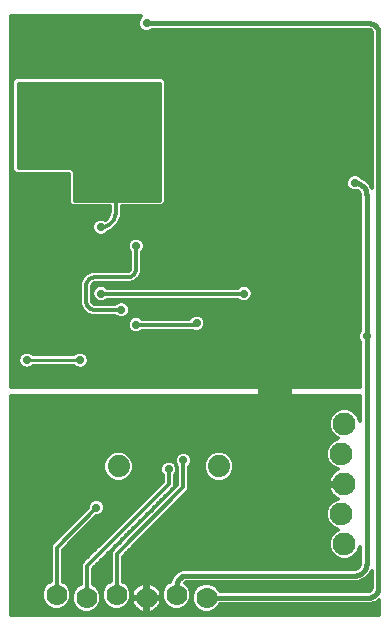
<source format=gbl>
G75*
%MOIN*%
%OFA0B0*%
%FSLAX24Y24*%
%IPPOS*%
%LPD*%
%AMOC8*
5,1,8,0,0,1.08239X$1,22.5*
%
%ADD10C,0.0700*%
%ADD11C,0.0760*%
%ADD12C,0.0740*%
%ADD13C,0.0290*%
%ADD14C,0.0120*%
%ADD15C,0.0160*%
%ADD16C,0.0100*%
D10*
X001785Y001017D03*
X002785Y000917D03*
X003785Y001017D03*
X004785Y000917D03*
X005785Y001017D03*
X006785Y000917D03*
D11*
X011282Y003708D03*
X011382Y002708D03*
X011382Y004708D03*
X011282Y005708D03*
X011382Y006708D03*
D12*
X007198Y005298D03*
X003851Y005298D03*
D13*
X003113Y003920D03*
X002474Y005101D03*
X000702Y005101D03*
X000505Y008251D03*
X000800Y008841D03*
X001096Y008251D03*
X001686Y008251D03*
X002277Y008251D03*
X002572Y008841D03*
X002867Y008251D03*
X003458Y008251D03*
X004048Y008251D03*
X004639Y008251D03*
X005229Y008251D03*
X005820Y008251D03*
X006411Y008251D03*
X007001Y008251D03*
X007592Y008251D03*
X008182Y008251D03*
X008773Y008251D03*
X008773Y007463D03*
X009363Y007463D03*
X009363Y008251D03*
X009954Y008251D03*
X010544Y008251D03*
X011135Y008251D03*
X011725Y008251D03*
X012119Y009629D03*
X010938Y013369D03*
X011725Y014747D03*
X008035Y011056D03*
X007099Y012680D03*
X007099Y013861D03*
X004836Y016125D03*
X003753Y014747D03*
X003261Y013271D03*
X004442Y012641D03*
X003261Y011056D03*
X003950Y010515D03*
X004442Y010023D03*
X006460Y010072D03*
X006017Y005495D03*
X005525Y005200D03*
X000800Y011597D03*
X000800Y012680D03*
X000800Y017700D03*
X001981Y017700D03*
X001686Y019767D03*
X000997Y019767D03*
X004786Y020062D03*
X005722Y019570D03*
D14*
X000271Y007660D02*
X000271Y000340D01*
X012550Y000340D01*
X012550Y000845D01*
X012488Y000783D01*
X012488Y000783D01*
X012280Y000697D01*
X007224Y000697D01*
X007200Y000640D01*
X007062Y000502D01*
X006882Y000427D01*
X006687Y000427D01*
X006507Y000502D01*
X006369Y000640D01*
X006295Y000820D01*
X006295Y001015D01*
X006369Y001195D01*
X006507Y001333D01*
X006687Y001407D01*
X006882Y001407D01*
X007062Y001333D01*
X007200Y001195D01*
X007224Y001137D01*
X012168Y001137D01*
X012192Y001140D01*
X012237Y001159D01*
X012272Y001193D01*
X012290Y001238D01*
X012290Y001238D01*
X012293Y001263D01*
X012293Y001816D01*
X012246Y001702D01*
X012246Y001702D01*
X012073Y001530D01*
X012073Y001530D01*
X011848Y001436D01*
X006115Y001436D01*
X006094Y001434D01*
X006070Y001425D01*
X006200Y001295D01*
X006275Y001115D01*
X006275Y000920D01*
X006200Y000740D01*
X006062Y000602D01*
X005882Y000527D01*
X005687Y000527D01*
X005507Y000602D01*
X005369Y000740D01*
X005295Y000920D01*
X005295Y001115D01*
X005369Y001295D01*
X005507Y001433D01*
X005575Y001461D01*
X005648Y001638D01*
X005648Y001638D01*
X005803Y001793D01*
X005803Y001793D01*
X006006Y001876D01*
X011725Y001876D01*
X011759Y001880D01*
X011822Y001906D01*
X011870Y001954D01*
X011896Y002016D01*
X011899Y002050D01*
X011899Y002598D01*
X011823Y002413D01*
X011676Y002267D01*
X011485Y002188D01*
X011278Y002188D01*
X011087Y002267D01*
X010941Y002413D01*
X010862Y002604D01*
X010862Y002811D01*
X010941Y003002D01*
X011087Y003148D01*
X011182Y003188D01*
X011178Y003188D01*
X010987Y003267D01*
X010841Y003413D01*
X010762Y003604D01*
X010762Y003811D01*
X010841Y004002D01*
X010987Y004148D01*
X011154Y004218D01*
X011099Y004246D01*
X011030Y004296D01*
X010970Y004356D01*
X010920Y004425D01*
X010881Y004500D01*
X010855Y004581D01*
X010843Y004659D01*
X011333Y004659D01*
X011333Y004756D01*
X010843Y004756D01*
X010855Y004834D01*
X010881Y004915D01*
X010920Y004991D01*
X010970Y005059D01*
X011030Y005119D01*
X011099Y005169D01*
X011154Y005198D01*
X010987Y005267D01*
X010841Y005413D01*
X010762Y005604D01*
X010762Y005811D01*
X010841Y006002D01*
X010987Y006148D01*
X011178Y006228D01*
X011182Y006228D01*
X011087Y006267D01*
X010941Y006413D01*
X010862Y006604D01*
X010862Y006811D01*
X010941Y007002D01*
X011087Y007148D01*
X011278Y007228D01*
X011485Y007228D01*
X011676Y007148D01*
X011823Y007002D01*
X011899Y006817D01*
X011899Y007660D01*
X000271Y007660D01*
X000271Y007619D02*
X011899Y007619D01*
X011899Y007501D02*
X000271Y007501D01*
X000271Y007382D02*
X011899Y007382D01*
X011899Y007264D02*
X000271Y007264D01*
X000271Y007145D02*
X011084Y007145D01*
X010965Y007027D02*
X000271Y007027D01*
X000271Y006908D02*
X010902Y006908D01*
X010862Y006790D02*
X000271Y006790D01*
X000271Y006671D02*
X010862Y006671D01*
X010883Y006553D02*
X000271Y006553D01*
X000271Y006434D02*
X010932Y006434D01*
X011038Y006316D02*
X000271Y006316D01*
X000271Y006197D02*
X011105Y006197D01*
X010917Y006079D02*
X000271Y006079D01*
X000271Y005960D02*
X010823Y005960D01*
X010774Y005842D02*
X000271Y005842D01*
X000271Y005723D02*
X003555Y005723D01*
X003563Y005730D02*
X003419Y005587D01*
X003341Y005400D01*
X003341Y005197D01*
X003419Y005009D01*
X003563Y004866D01*
X003750Y004788D01*
X003953Y004788D01*
X004140Y004866D01*
X004284Y005009D01*
X004361Y005197D01*
X004361Y005400D01*
X004284Y005587D01*
X004140Y005730D01*
X003953Y005808D01*
X003750Y005808D01*
X003563Y005730D01*
X003437Y005605D02*
X000271Y005605D01*
X000271Y005486D02*
X003377Y005486D01*
X003341Y005368D02*
X000271Y005368D01*
X000271Y005249D02*
X003341Y005249D01*
X003369Y005131D02*
X000271Y005131D01*
X000271Y005012D02*
X003418Y005012D01*
X003535Y004894D02*
X000271Y004894D01*
X000271Y004775D02*
X005309Y004775D01*
X005325Y004790D02*
X002702Y002167D01*
X002585Y002050D01*
X002585Y001365D01*
X002507Y001333D01*
X002369Y001195D01*
X002295Y001015D01*
X002295Y000820D01*
X002369Y000640D01*
X002507Y000502D01*
X002687Y000427D01*
X002882Y000427D01*
X003062Y000502D01*
X003200Y000640D01*
X003275Y000820D01*
X003275Y001015D01*
X003200Y001195D01*
X003062Y001333D01*
X002985Y001365D01*
X002985Y001885D01*
X005725Y004625D01*
X005725Y004997D01*
X005766Y005038D01*
X005810Y005143D01*
X005810Y005256D01*
X005780Y005329D01*
X005817Y005292D01*
X005817Y004692D01*
X003702Y002577D01*
X003585Y002460D01*
X003585Y001465D01*
X003507Y001433D01*
X003369Y001295D01*
X003295Y001115D01*
X003295Y000920D01*
X003369Y000740D01*
X003507Y000602D01*
X003687Y000527D01*
X003882Y000527D01*
X004062Y000602D01*
X004200Y000740D01*
X004275Y000920D01*
X004275Y001115D01*
X004200Y001295D01*
X004062Y001433D01*
X003985Y001465D01*
X003985Y002294D01*
X006217Y004526D01*
X006217Y005292D01*
X006258Y005334D01*
X006302Y005438D01*
X006302Y005552D01*
X006258Y005656D01*
X006178Y005737D01*
X006074Y005780D01*
X005960Y005780D01*
X005855Y005737D01*
X005775Y005656D01*
X005732Y005552D01*
X005732Y005438D01*
X005762Y005365D01*
X005686Y005441D01*
X005581Y005485D01*
X005468Y005485D01*
X005363Y005441D01*
X005283Y005361D01*
X005240Y005256D01*
X005240Y005143D01*
X005283Y005038D01*
X005325Y004997D01*
X005325Y004790D01*
X005325Y004894D02*
X004168Y004894D01*
X004285Y005012D02*
X005309Y005012D01*
X005245Y005131D02*
X004334Y005131D01*
X004361Y005249D02*
X005240Y005249D01*
X005289Y005368D02*
X004361Y005368D01*
X004326Y005486D02*
X005732Y005486D01*
X005754Y005605D02*
X004266Y005605D01*
X004148Y005723D02*
X005842Y005723D01*
X006017Y005495D02*
X006017Y004609D01*
X003785Y002377D01*
X003785Y001017D01*
X004088Y000628D02*
X004365Y000628D01*
X004348Y000650D02*
X004396Y000585D01*
X004452Y000528D01*
X004517Y000481D01*
X004589Y000445D01*
X004665Y000420D01*
X004744Y000407D01*
X004745Y000407D01*
X004745Y000877D01*
X004825Y000877D01*
X004825Y000957D01*
X005295Y000957D01*
X005295Y000958D01*
X005282Y001037D01*
X005257Y001113D01*
X005221Y001185D01*
X005174Y001250D01*
X005117Y001306D01*
X005052Y001354D01*
X004980Y001390D01*
X004904Y001415D01*
X004825Y001427D01*
X004825Y001427D01*
X004825Y000957D01*
X004745Y000957D01*
X004745Y000877D01*
X004275Y000877D01*
X004287Y000798D01*
X004312Y000722D01*
X004348Y000650D01*
X004304Y000746D02*
X004202Y000746D01*
X004252Y000865D02*
X004277Y000865D01*
X004275Y000877D02*
X004275Y000877D01*
X004275Y000957D02*
X004745Y000957D01*
X004745Y001427D01*
X004744Y001427D01*
X004665Y001415D01*
X004589Y001390D01*
X004517Y001354D01*
X004452Y001306D01*
X004396Y001250D01*
X004348Y001185D01*
X004312Y001113D01*
X004287Y001037D01*
X004275Y000958D01*
X004275Y000957D01*
X004275Y000983D02*
X004279Y000983D01*
X004275Y001102D02*
X004308Y001102D01*
X004374Y001220D02*
X004231Y001220D01*
X004156Y001339D02*
X004496Y001339D01*
X004745Y001339D02*
X004825Y001339D01*
X004825Y001220D02*
X004745Y001220D01*
X004745Y001102D02*
X004825Y001102D01*
X004825Y000983D02*
X004745Y000983D01*
X004745Y000865D02*
X004825Y000865D01*
X004825Y000877D02*
X004825Y000407D01*
X004904Y000420D01*
X004980Y000445D01*
X005052Y000481D01*
X005117Y000528D01*
X005174Y000585D01*
X005221Y000650D01*
X005257Y000722D01*
X005282Y000798D01*
X005295Y000877D01*
X005295Y000877D01*
X004825Y000877D01*
X004825Y000746D02*
X004745Y000746D01*
X004745Y000628D02*
X004825Y000628D01*
X004825Y000509D02*
X004745Y000509D01*
X004825Y000407D02*
X004825Y000407D01*
X005090Y000509D02*
X006500Y000509D01*
X006381Y000628D02*
X006088Y000628D01*
X006202Y000746D02*
X006325Y000746D01*
X006295Y000865D02*
X006252Y000865D01*
X006275Y000983D02*
X006295Y000983D01*
X006275Y001102D02*
X006330Y001102D01*
X006394Y001220D02*
X006231Y001220D01*
X006156Y001339D02*
X006521Y001339D01*
X007048Y001339D02*
X012293Y001339D01*
X012293Y001457D02*
X011897Y001457D01*
X012119Y001576D02*
X012293Y001576D01*
X012293Y001694D02*
X012237Y001694D01*
X012291Y001813D02*
X012293Y001813D01*
X011899Y002050D02*
X003985Y002050D01*
X003985Y002168D02*
X011899Y002168D01*
X011899Y002287D02*
X011696Y002287D01*
X011815Y002405D02*
X011899Y002405D01*
X011899Y002524D02*
X011868Y002524D01*
X011847Y001931D02*
X003985Y001931D01*
X003985Y001813D02*
X005851Y001813D01*
X005705Y001694D02*
X003985Y001694D01*
X003985Y001576D02*
X005623Y001576D01*
X005565Y001457D02*
X004004Y001457D01*
X003585Y001576D02*
X002985Y001576D01*
X002985Y001694D02*
X003585Y001694D01*
X003585Y001813D02*
X002985Y001813D01*
X003031Y001931D02*
X003585Y001931D01*
X003585Y002050D02*
X003149Y002050D01*
X003268Y002168D02*
X003585Y002168D01*
X003585Y002287D02*
X003386Y002287D01*
X003505Y002405D02*
X003585Y002405D01*
X003623Y002524D02*
X003648Y002524D01*
X003742Y002642D02*
X003767Y002642D01*
X003860Y002761D02*
X003885Y002761D01*
X003979Y002879D02*
X004004Y002879D01*
X004097Y002998D02*
X004122Y002998D01*
X004216Y003116D02*
X004241Y003116D01*
X004334Y003235D02*
X004359Y003235D01*
X004453Y003353D02*
X004478Y003353D01*
X004571Y003472D02*
X004596Y003472D01*
X004690Y003590D02*
X004715Y003590D01*
X004808Y003709D02*
X004833Y003709D01*
X004927Y003827D02*
X004952Y003827D01*
X005045Y003946D02*
X005070Y003946D01*
X005164Y004064D02*
X005189Y004064D01*
X005282Y004183D02*
X005307Y004183D01*
X005401Y004301D02*
X005426Y004301D01*
X005519Y004420D02*
X005544Y004420D01*
X005638Y004538D02*
X005663Y004538D01*
X005725Y004657D02*
X005781Y004657D01*
X005817Y004775D02*
X005725Y004775D01*
X005725Y004894D02*
X005817Y004894D01*
X005817Y005012D02*
X005740Y005012D01*
X005805Y005131D02*
X005817Y005131D01*
X005810Y005249D02*
X005817Y005249D01*
X005760Y005368D02*
X005761Y005368D01*
X005525Y005200D02*
X005525Y004708D01*
X002785Y001967D01*
X002785Y000917D01*
X003048Y001339D02*
X003413Y001339D01*
X003338Y001220D02*
X003175Y001220D01*
X003239Y001102D02*
X003295Y001102D01*
X003295Y000983D02*
X003275Y000983D01*
X003275Y000865D02*
X003317Y000865D01*
X003367Y000746D02*
X003244Y000746D01*
X003188Y000628D02*
X003481Y000628D01*
X003069Y000509D02*
X004479Y000509D01*
X005073Y001339D02*
X005413Y001339D01*
X005338Y001220D02*
X005195Y001220D01*
X005261Y001102D02*
X005295Y001102D01*
X005290Y000983D02*
X005295Y000983D01*
X005293Y000865D02*
X005317Y000865D01*
X005265Y000746D02*
X005367Y000746D01*
X005481Y000628D02*
X005204Y000628D01*
X004096Y002405D02*
X010949Y002405D01*
X010895Y002524D02*
X004214Y002524D01*
X004333Y002642D02*
X010862Y002642D01*
X010862Y002761D02*
X004451Y002761D01*
X004570Y002879D02*
X010890Y002879D01*
X010939Y002998D02*
X004688Y002998D01*
X004807Y003116D02*
X011055Y003116D01*
X011065Y003235D02*
X004925Y003235D01*
X005044Y003353D02*
X010901Y003353D01*
X010817Y003472D02*
X005162Y003472D01*
X005281Y003590D02*
X010768Y003590D01*
X010762Y003709D02*
X005399Y003709D01*
X005518Y003827D02*
X010768Y003827D01*
X010817Y003946D02*
X005636Y003946D01*
X005755Y004064D02*
X010903Y004064D01*
X011070Y004183D02*
X005873Y004183D01*
X005992Y004301D02*
X011025Y004301D01*
X010924Y004420D02*
X006110Y004420D01*
X006217Y004538D02*
X010869Y004538D01*
X010843Y004657D02*
X006217Y004657D01*
X006217Y004775D02*
X010846Y004775D01*
X010874Y004894D02*
X007515Y004894D01*
X007487Y004866D02*
X007630Y005009D01*
X007708Y005197D01*
X007708Y005400D01*
X007630Y005587D01*
X007487Y005730D01*
X007299Y005808D01*
X007096Y005808D01*
X006909Y005730D01*
X006766Y005587D01*
X006688Y005400D01*
X006688Y005197D01*
X006766Y005009D01*
X006909Y004866D01*
X007096Y004788D01*
X007299Y004788D01*
X007487Y004866D01*
X007631Y005012D02*
X010935Y005012D01*
X011045Y005131D02*
X007681Y005131D01*
X007708Y005249D02*
X011030Y005249D01*
X010886Y005368D02*
X007708Y005368D01*
X007672Y005486D02*
X010811Y005486D01*
X010762Y005605D02*
X007613Y005605D01*
X007494Y005723D02*
X010762Y005723D01*
X011680Y007145D02*
X011899Y007145D01*
X011899Y007027D02*
X011798Y007027D01*
X011862Y006908D02*
X011899Y006908D01*
X011899Y007956D02*
X000271Y007956D01*
X000271Y020296D01*
X004617Y020296D01*
X004545Y020223D01*
X004501Y020119D01*
X004501Y020005D01*
X004545Y019900D01*
X004625Y019820D01*
X004730Y019777D01*
X004843Y019777D01*
X004948Y019820D01*
X004970Y019842D01*
X012218Y019842D01*
X012232Y019840D01*
X012259Y019829D01*
X012280Y019808D01*
X012291Y019781D01*
X012293Y019767D01*
X012293Y014587D01*
X012246Y014701D01*
X012073Y014873D01*
X011952Y014924D01*
X011887Y014989D01*
X011782Y015032D01*
X011669Y015032D01*
X011564Y014989D01*
X011484Y014908D01*
X011440Y014804D01*
X011440Y014690D01*
X011484Y014585D01*
X011564Y014505D01*
X011669Y014462D01*
X011782Y014462D01*
X011836Y014484D01*
X011870Y014450D01*
X011896Y014387D01*
X011899Y014353D01*
X011899Y009812D01*
X011878Y009790D01*
X011834Y009686D01*
X011834Y009572D01*
X011878Y009467D01*
X011899Y009446D01*
X011899Y007956D01*
X011899Y007975D02*
X000271Y007975D01*
X000271Y008093D02*
X011899Y008093D01*
X011899Y008212D02*
X000271Y008212D01*
X000271Y008330D02*
X011899Y008330D01*
X011899Y008449D02*
X000271Y008449D01*
X000271Y008567D02*
X000718Y008567D01*
X000744Y008556D02*
X000857Y008556D01*
X000962Y008600D01*
X001013Y008651D01*
X002359Y008651D01*
X002410Y008600D01*
X002515Y008556D01*
X002629Y008556D01*
X002733Y008600D01*
X002814Y008680D01*
X002857Y008785D01*
X002857Y008898D01*
X002814Y009003D01*
X002733Y009083D01*
X002629Y009126D01*
X002515Y009126D01*
X002410Y009083D01*
X002359Y009031D01*
X001013Y009031D01*
X000962Y009083D01*
X000857Y009126D01*
X000744Y009126D01*
X000639Y009083D01*
X000559Y009003D01*
X000515Y008898D01*
X000515Y008785D01*
X000559Y008680D01*
X000639Y008600D01*
X000744Y008556D01*
X000883Y008567D02*
X002490Y008567D01*
X002654Y008567D02*
X011899Y008567D01*
X011899Y008686D02*
X002816Y008686D01*
X002857Y008804D02*
X011899Y008804D01*
X011899Y008923D02*
X002847Y008923D01*
X002775Y009041D02*
X011899Y009041D01*
X011899Y009160D02*
X000271Y009160D01*
X000271Y009278D02*
X011899Y009278D01*
X011899Y009397D02*
X000271Y009397D01*
X000271Y009515D02*
X011858Y009515D01*
X011834Y009634D02*
X000271Y009634D01*
X000271Y009752D02*
X004350Y009752D01*
X004385Y009738D02*
X004281Y009781D01*
X004200Y009861D01*
X004157Y009966D01*
X004157Y010079D01*
X004200Y010184D01*
X004281Y010264D01*
X004385Y010308D01*
X004499Y010308D01*
X004603Y010264D01*
X004645Y010223D01*
X006214Y010223D01*
X006218Y010233D01*
X006298Y010313D01*
X006403Y010357D01*
X006516Y010357D01*
X006621Y010313D01*
X006701Y010233D01*
X006745Y010128D01*
X006745Y010015D01*
X006701Y009910D01*
X006621Y009830D01*
X006516Y009787D01*
X006403Y009787D01*
X006317Y009823D01*
X004645Y009823D01*
X004603Y009781D01*
X004499Y009738D01*
X004385Y009738D01*
X004534Y009752D02*
X011862Y009752D01*
X011899Y009871D02*
X006662Y009871D01*
X006734Y009989D02*
X011899Y009989D01*
X011899Y010108D02*
X006745Y010108D01*
X006704Y010226D02*
X011899Y010226D01*
X011899Y010345D02*
X006546Y010345D01*
X006374Y010345D02*
X004183Y010345D01*
X004191Y010353D02*
X004235Y010458D01*
X004235Y010571D01*
X004191Y010676D01*
X004111Y010756D01*
X004007Y010800D01*
X003893Y010800D01*
X003788Y010756D01*
X003747Y010715D01*
X003064Y010715D01*
X003045Y010716D01*
X003011Y010731D01*
X002985Y010757D01*
X002971Y010791D01*
X002969Y010810D01*
X002969Y011302D01*
X002971Y011321D01*
X002985Y011355D01*
X003011Y011381D01*
X003045Y011395D01*
X003064Y011397D01*
X004245Y011397D01*
X004427Y011473D01*
X004427Y011473D01*
X004567Y011612D01*
X004642Y011794D01*
X004642Y012438D01*
X004684Y012479D01*
X004727Y012584D01*
X004727Y012697D01*
X004684Y012802D01*
X004603Y012882D01*
X004499Y012926D01*
X004385Y012926D01*
X004281Y012882D01*
X004200Y012802D01*
X004157Y012697D01*
X004157Y012584D01*
X004200Y012479D01*
X004242Y012438D01*
X004242Y011893D01*
X004240Y011874D01*
X004226Y011840D01*
X004200Y011813D01*
X004165Y011799D01*
X004147Y011797D01*
X003147Y011797D01*
X002966Y011797D01*
X002784Y011722D01*
X002644Y011583D01*
X002569Y011401D01*
X002569Y010711D01*
X002644Y010529D01*
X002784Y010390D01*
X002966Y010315D01*
X003747Y010315D01*
X003788Y010273D01*
X003893Y010230D01*
X004007Y010230D01*
X004111Y010273D01*
X004191Y010353D01*
X004235Y010463D02*
X011899Y010463D01*
X011899Y010582D02*
X004231Y010582D01*
X004168Y010700D02*
X011899Y010700D01*
X011899Y010819D02*
X008200Y010819D01*
X008196Y010814D02*
X008276Y010895D01*
X008320Y010999D01*
X008320Y011113D01*
X008276Y011217D01*
X008196Y011298D01*
X008091Y011341D01*
X007978Y011341D01*
X007873Y011298D01*
X007831Y011256D01*
X003464Y011256D01*
X003422Y011298D01*
X003318Y011341D01*
X003204Y011341D01*
X003099Y011298D01*
X003019Y011217D01*
X002976Y011113D01*
X002976Y010999D01*
X003019Y010895D01*
X003099Y010814D01*
X003204Y010771D01*
X003318Y010771D01*
X003422Y010814D01*
X003464Y010856D01*
X007831Y010856D01*
X007873Y010814D01*
X007978Y010771D01*
X008091Y010771D01*
X008196Y010814D01*
X008294Y010937D02*
X011899Y010937D01*
X011899Y011056D02*
X008320Y011056D01*
X008294Y011174D02*
X011899Y011174D01*
X011899Y011293D02*
X008201Y011293D01*
X008035Y011056D02*
X003261Y011056D01*
X003427Y011293D02*
X007868Y011293D01*
X007869Y010819D02*
X003426Y010819D01*
X003095Y010819D02*
X002969Y010819D01*
X002769Y010810D02*
X002771Y010777D01*
X002776Y010744D01*
X002786Y010713D01*
X002798Y010682D01*
X002814Y010653D01*
X002833Y010626D01*
X002855Y010601D01*
X002880Y010579D01*
X002907Y010560D01*
X002936Y010544D01*
X002967Y010532D01*
X002998Y010522D01*
X003031Y010517D01*
X003064Y010515D01*
X003950Y010515D01*
X004242Y010226D02*
X000271Y010226D01*
X000271Y010108D02*
X004169Y010108D01*
X004157Y009989D02*
X000271Y009989D01*
X000271Y009871D02*
X004196Y009871D01*
X004442Y010023D02*
X006411Y010023D01*
X006460Y010072D01*
X006215Y010226D02*
X004642Y010226D01*
X004278Y011411D02*
X011899Y011411D01*
X011899Y011530D02*
X004484Y011530D01*
X004567Y011612D02*
X004567Y011612D01*
X004582Y011648D02*
X011899Y011648D01*
X011899Y011767D02*
X004631Y011767D01*
X004642Y011885D02*
X011899Y011885D01*
X011899Y012004D02*
X004642Y012004D01*
X004642Y012122D02*
X011899Y012122D01*
X011899Y012241D02*
X004642Y012241D01*
X004642Y012359D02*
X011899Y012359D01*
X011899Y012478D02*
X004682Y012478D01*
X004727Y012596D02*
X011899Y012596D01*
X011899Y012715D02*
X004720Y012715D01*
X004653Y012833D02*
X011899Y012833D01*
X011899Y012952D02*
X000271Y012952D01*
X000271Y013070D02*
X003058Y013070D01*
X003019Y013109D02*
X003099Y013029D01*
X003204Y012986D01*
X003318Y012986D01*
X003422Y013029D01*
X003503Y013109D01*
X003505Y013115D01*
X003653Y013176D01*
X003848Y013371D01*
X003953Y013625D01*
X003953Y013966D01*
X005308Y013966D01*
X005419Y014078D01*
X005419Y018172D01*
X005308Y018283D01*
X000426Y018283D01*
X000315Y018172D01*
X000315Y015160D01*
X000426Y015049D01*
X002185Y015049D01*
X002185Y014078D01*
X002296Y013966D01*
X003553Y013966D01*
X003553Y013763D01*
X003547Y013706D01*
X003504Y013600D01*
X003423Y013520D01*
X003414Y013516D01*
X003318Y013556D01*
X003204Y013556D01*
X003099Y013512D01*
X003019Y013432D01*
X002976Y013327D01*
X002976Y013214D01*
X003019Y013109D01*
X002986Y013189D02*
X000271Y013189D01*
X000271Y013307D02*
X002976Y013307D01*
X003017Y013426D02*
X000271Y013426D01*
X000271Y013544D02*
X003176Y013544D01*
X003345Y013544D02*
X003447Y013544D01*
X003530Y013663D02*
X000271Y013663D01*
X000271Y013781D02*
X003553Y013781D01*
X003553Y013900D02*
X000271Y013900D01*
X000271Y014018D02*
X002245Y014018D01*
X002185Y014137D02*
X000271Y014137D01*
X000271Y014255D02*
X002185Y014255D01*
X002185Y014374D02*
X000271Y014374D01*
X000271Y014492D02*
X002185Y014492D01*
X002185Y014611D02*
X000271Y014611D01*
X000271Y014729D02*
X002185Y014729D01*
X002185Y014848D02*
X000271Y014848D01*
X000271Y014966D02*
X002185Y014966D01*
X003753Y013763D02*
X003751Y013720D01*
X003746Y013678D01*
X003736Y013636D01*
X003723Y013595D01*
X003707Y013555D01*
X003687Y013517D01*
X003664Y013481D01*
X003638Y013447D01*
X003609Y013415D01*
X003577Y013386D01*
X003543Y013360D01*
X003507Y013337D01*
X003469Y013317D01*
X003429Y013301D01*
X003388Y013288D01*
X003346Y013278D01*
X003304Y013273D01*
X003261Y013271D01*
X003463Y013070D02*
X011899Y013070D01*
X011899Y013189D02*
X003666Y013189D01*
X003653Y013176D02*
X003653Y013176D01*
X003784Y013307D02*
X011899Y013307D01*
X011899Y013426D02*
X003870Y013426D01*
X003848Y013371D02*
X003848Y013371D01*
X003919Y013544D02*
X011899Y013544D01*
X011899Y013663D02*
X003953Y013663D01*
X003953Y013781D02*
X011899Y013781D01*
X011899Y013900D02*
X003953Y013900D01*
X003753Y013763D02*
X003753Y014747D01*
X004231Y012833D02*
X000271Y012833D01*
X000271Y012715D02*
X004164Y012715D01*
X004157Y012596D02*
X000271Y012596D01*
X000271Y012478D02*
X004202Y012478D01*
X004242Y012359D02*
X000271Y012359D01*
X000271Y012241D02*
X004242Y012241D01*
X004242Y012122D02*
X000271Y012122D01*
X000271Y012004D02*
X004242Y012004D01*
X004241Y011885D02*
X000271Y011885D01*
X000271Y011767D02*
X002891Y011767D01*
X002966Y011797D02*
X002966Y011797D01*
X003064Y011597D02*
X004147Y011597D01*
X004147Y011598D02*
X004180Y011600D01*
X004213Y011605D01*
X004244Y011615D01*
X004275Y011627D01*
X004304Y011643D01*
X004331Y011662D01*
X004356Y011684D01*
X004378Y011709D01*
X004397Y011736D01*
X004413Y011765D01*
X004425Y011796D01*
X004435Y011827D01*
X004440Y011860D01*
X004442Y011893D01*
X004442Y012641D01*
X005360Y014018D02*
X011899Y014018D01*
X011899Y014137D02*
X005419Y014137D01*
X005419Y014255D02*
X011899Y014255D01*
X011897Y014374D02*
X005419Y014374D01*
X005419Y014492D02*
X011596Y014492D01*
X011473Y014611D02*
X005419Y014611D01*
X005419Y014729D02*
X011440Y014729D01*
X011459Y014848D02*
X005419Y014848D01*
X005419Y014966D02*
X011542Y014966D01*
X011909Y014966D02*
X012293Y014966D01*
X012293Y014848D02*
X012099Y014848D01*
X012073Y014873D02*
X012073Y014873D01*
X012073Y014873D01*
X012218Y014729D02*
X012293Y014729D01*
X012246Y014701D02*
X012246Y014701D01*
X012283Y014611D02*
X012293Y014611D01*
X012293Y015085D02*
X005419Y015085D01*
X005419Y015203D02*
X012293Y015203D01*
X012293Y015322D02*
X005419Y015322D01*
X005419Y015440D02*
X012293Y015440D01*
X012293Y015559D02*
X005419Y015559D01*
X005419Y015677D02*
X012293Y015677D01*
X012293Y015796D02*
X005419Y015796D01*
X005419Y015914D02*
X012293Y015914D01*
X012293Y016033D02*
X005419Y016033D01*
X005419Y016151D02*
X012293Y016151D01*
X012293Y016270D02*
X005419Y016270D01*
X005419Y016388D02*
X012293Y016388D01*
X012293Y016507D02*
X005419Y016507D01*
X005419Y016625D02*
X012293Y016625D01*
X012293Y016744D02*
X005419Y016744D01*
X005419Y016862D02*
X012293Y016862D01*
X012293Y016981D02*
X005419Y016981D01*
X005419Y017099D02*
X012293Y017099D01*
X012293Y017218D02*
X005419Y017218D01*
X005419Y017336D02*
X012293Y017336D01*
X012293Y017455D02*
X005419Y017455D01*
X005419Y017573D02*
X012293Y017573D01*
X012293Y017692D02*
X005419Y017692D01*
X005419Y017810D02*
X012293Y017810D01*
X012293Y017929D02*
X005419Y017929D01*
X005419Y018047D02*
X012293Y018047D01*
X012293Y018166D02*
X005419Y018166D01*
X004952Y019825D02*
X012264Y019825D01*
X012293Y019706D02*
X000271Y019706D01*
X000271Y019588D02*
X012293Y019588D01*
X012293Y019469D02*
X000271Y019469D01*
X000271Y019351D02*
X012293Y019351D01*
X012293Y019232D02*
X000271Y019232D01*
X000271Y019114D02*
X012293Y019114D01*
X012293Y018995D02*
X000271Y018995D01*
X000271Y018877D02*
X012293Y018877D01*
X012293Y018758D02*
X000271Y018758D01*
X000271Y018640D02*
X012293Y018640D01*
X012293Y018521D02*
X000271Y018521D01*
X000271Y018403D02*
X012293Y018403D01*
X012293Y018284D02*
X000271Y018284D01*
X000271Y018166D02*
X000315Y018166D01*
X000315Y018047D02*
X000271Y018047D01*
X000271Y017929D02*
X000315Y017929D01*
X000315Y017810D02*
X000271Y017810D01*
X000271Y017692D02*
X000315Y017692D01*
X000315Y017573D02*
X000271Y017573D01*
X000271Y017455D02*
X000315Y017455D01*
X000315Y017336D02*
X000271Y017336D01*
X000271Y017218D02*
X000315Y017218D01*
X000315Y017099D02*
X000271Y017099D01*
X000271Y016981D02*
X000315Y016981D01*
X000315Y016862D02*
X000271Y016862D01*
X000271Y016744D02*
X000315Y016744D01*
X000315Y016625D02*
X000271Y016625D01*
X000271Y016507D02*
X000315Y016507D01*
X000315Y016388D02*
X000271Y016388D01*
X000271Y016270D02*
X000315Y016270D01*
X000315Y016151D02*
X000271Y016151D01*
X000271Y016033D02*
X000315Y016033D01*
X000315Y015914D02*
X000271Y015914D01*
X000271Y015796D02*
X000315Y015796D01*
X000315Y015677D02*
X000271Y015677D01*
X000271Y015559D02*
X000315Y015559D01*
X000315Y015440D02*
X000271Y015440D01*
X000271Y015322D02*
X000315Y015322D01*
X000315Y015203D02*
X000271Y015203D01*
X000271Y015085D02*
X000391Y015085D01*
X000271Y011648D02*
X002710Y011648D01*
X002644Y011583D02*
X002644Y011583D01*
X002622Y011530D02*
X000271Y011530D01*
X000271Y011411D02*
X002573Y011411D01*
X002569Y011293D02*
X000271Y011293D01*
X000271Y011174D02*
X002569Y011174D01*
X002569Y011056D02*
X000271Y011056D01*
X000271Y010937D02*
X002569Y010937D01*
X002569Y010819D02*
X000271Y010819D01*
X000271Y010700D02*
X002573Y010700D01*
X002623Y010582D02*
X000271Y010582D01*
X000271Y010463D02*
X002711Y010463D01*
X002644Y010529D02*
X002644Y010529D01*
X002784Y010390D02*
X002784Y010390D01*
X002893Y010345D02*
X000271Y010345D01*
X000271Y009041D02*
X000597Y009041D01*
X000525Y008923D02*
X000271Y008923D01*
X000271Y008804D02*
X000515Y008804D01*
X000556Y008686D02*
X000271Y008686D01*
X001004Y009041D02*
X002368Y009041D01*
X002769Y010810D02*
X002769Y011302D01*
X002969Y011293D02*
X003094Y011293D01*
X003064Y011597D02*
X003031Y011595D01*
X002998Y011590D01*
X002967Y011580D01*
X002936Y011568D01*
X002907Y011552D01*
X002880Y011533D01*
X002855Y011511D01*
X002833Y011486D01*
X002814Y011459D01*
X002798Y011430D01*
X002786Y011399D01*
X002776Y011368D01*
X002771Y011335D01*
X002769Y011302D01*
X002969Y011174D02*
X003001Y011174D01*
X002976Y011056D02*
X002969Y011056D01*
X002969Y010937D02*
X003002Y010937D01*
X006192Y005723D02*
X006902Y005723D01*
X006783Y005605D02*
X006280Y005605D01*
X006302Y005486D02*
X006724Y005486D01*
X006688Y005368D02*
X006273Y005368D01*
X006217Y005249D02*
X006688Y005249D01*
X006715Y005131D02*
X006217Y005131D01*
X006217Y005012D02*
X006764Y005012D01*
X006881Y004894D02*
X006217Y004894D01*
X005191Y004657D02*
X000271Y004657D01*
X000271Y004538D02*
X005072Y004538D01*
X004954Y004420D02*
X000271Y004420D01*
X000271Y004301D02*
X004835Y004301D01*
X004717Y004183D02*
X003225Y004183D01*
X003275Y004162D02*
X003170Y004205D01*
X003057Y004205D01*
X002952Y004162D01*
X002872Y004082D01*
X002828Y003977D01*
X002828Y003918D01*
X001702Y002791D01*
X001585Y002674D01*
X001585Y001465D01*
X001507Y001433D01*
X001369Y001295D01*
X001295Y001115D01*
X001295Y000920D01*
X001369Y000740D01*
X001507Y000602D01*
X001687Y000527D01*
X001882Y000527D01*
X002062Y000602D01*
X002200Y000740D01*
X002275Y000920D01*
X002275Y001115D01*
X002200Y001295D01*
X002062Y001433D01*
X001985Y001465D01*
X001985Y002509D01*
X003111Y003635D01*
X003170Y003635D01*
X003275Y003679D01*
X003355Y003759D01*
X003398Y003863D01*
X003398Y003977D01*
X003355Y004082D01*
X003275Y004162D01*
X003362Y004064D02*
X004598Y004064D01*
X004480Y003946D02*
X003398Y003946D01*
X003383Y003827D02*
X004361Y003827D01*
X004243Y003709D02*
X003305Y003709D01*
X003113Y003920D02*
X001785Y002591D01*
X001785Y001017D01*
X001481Y000628D02*
X000271Y000628D01*
X000271Y000746D02*
X001367Y000746D01*
X001317Y000865D02*
X000271Y000865D01*
X000271Y000983D02*
X001295Y000983D01*
X001295Y001102D02*
X000271Y001102D01*
X000271Y001220D02*
X001338Y001220D01*
X001413Y001339D02*
X000271Y001339D01*
X000271Y001457D02*
X001565Y001457D01*
X001585Y001576D02*
X000271Y001576D01*
X000271Y001694D02*
X001585Y001694D01*
X001585Y001813D02*
X000271Y001813D01*
X000271Y001931D02*
X001585Y001931D01*
X001585Y002050D02*
X000271Y002050D01*
X000271Y002168D02*
X001585Y002168D01*
X001585Y002287D02*
X000271Y002287D01*
X000271Y002405D02*
X001585Y002405D01*
X001585Y002524D02*
X000271Y002524D01*
X000271Y002642D02*
X001585Y002642D01*
X001671Y002761D02*
X000271Y002761D01*
X000271Y002879D02*
X001789Y002879D01*
X001908Y002998D02*
X000271Y002998D01*
X000271Y003116D02*
X002026Y003116D01*
X002145Y003235D02*
X000271Y003235D01*
X000271Y003353D02*
X002263Y003353D01*
X002382Y003472D02*
X000271Y003472D01*
X000271Y003590D02*
X002500Y003590D01*
X002619Y003709D02*
X000271Y003709D01*
X000271Y003827D02*
X002737Y003827D01*
X002828Y003946D02*
X000271Y003946D01*
X000271Y004064D02*
X002864Y004064D01*
X003002Y004183D02*
X000271Y004183D01*
X001999Y002524D02*
X003058Y002524D01*
X003176Y002642D02*
X002118Y002642D01*
X002236Y002761D02*
X003295Y002761D01*
X003413Y002879D02*
X002355Y002879D01*
X002473Y002998D02*
X003532Y002998D01*
X003650Y003116D02*
X002592Y003116D01*
X002710Y003235D02*
X003769Y003235D01*
X003887Y003353D02*
X002829Y003353D01*
X002947Y003472D02*
X004006Y003472D01*
X004124Y003590D02*
X003066Y003590D01*
X002939Y002405D02*
X001985Y002405D01*
X001985Y002287D02*
X002821Y002287D01*
X002702Y002168D02*
X001985Y002168D01*
X001985Y002050D02*
X002585Y002050D01*
X002585Y001931D02*
X001985Y001931D01*
X001985Y001813D02*
X002585Y001813D01*
X002585Y001694D02*
X001985Y001694D01*
X001985Y001576D02*
X002585Y001576D01*
X002585Y001457D02*
X002004Y001457D01*
X002156Y001339D02*
X002521Y001339D01*
X002394Y001220D02*
X002231Y001220D01*
X002275Y001102D02*
X002330Y001102D01*
X002295Y000983D02*
X002275Y000983D01*
X002295Y000865D02*
X002252Y000865D01*
X002202Y000746D02*
X002325Y000746D01*
X002381Y000628D02*
X002088Y000628D01*
X002500Y000509D02*
X000271Y000509D01*
X000271Y000391D02*
X012550Y000391D01*
X012550Y000509D02*
X007069Y000509D01*
X007188Y000628D02*
X012550Y000628D01*
X012550Y000746D02*
X012397Y000746D01*
X012283Y001220D02*
X007175Y001220D01*
X003985Y002287D02*
X011067Y002287D01*
X009560Y007267D02*
X008576Y007267D01*
X008576Y008448D01*
X009560Y008448D01*
X009560Y007267D01*
X009560Y007382D02*
X008576Y007382D01*
X008576Y007501D02*
X009560Y007501D01*
X009560Y007619D02*
X008576Y007619D01*
X008576Y007738D02*
X009560Y007738D01*
X009560Y007856D02*
X008576Y007856D01*
X008576Y007975D02*
X009560Y007975D01*
X009560Y008093D02*
X008576Y008093D01*
X008576Y008212D02*
X009560Y008212D01*
X009560Y008330D02*
X008576Y008330D01*
X003565Y001457D02*
X002985Y001457D01*
X004621Y019825D02*
X000271Y019825D01*
X000271Y019943D02*
X004527Y019943D01*
X004501Y020062D02*
X000271Y020062D01*
X000271Y020180D02*
X004527Y020180D01*
D15*
X004786Y020062D02*
X012218Y020062D01*
X012251Y020060D01*
X012284Y020055D01*
X012315Y020045D01*
X012346Y020033D01*
X012375Y020017D01*
X012402Y019998D01*
X012427Y019976D01*
X012449Y019951D01*
X012468Y019924D01*
X012484Y019895D01*
X012496Y019864D01*
X012506Y019833D01*
X012511Y019800D01*
X012513Y019767D01*
X012513Y001263D01*
X012511Y001227D01*
X012505Y001191D01*
X012496Y001156D01*
X012483Y001123D01*
X012467Y001090D01*
X012447Y001060D01*
X012424Y001032D01*
X012399Y001007D01*
X012371Y000984D01*
X012341Y000964D01*
X012308Y000948D01*
X012275Y000935D01*
X012240Y000926D01*
X012204Y000920D01*
X012168Y000918D01*
X012168Y000917D02*
X006785Y000917D01*
X006115Y001657D02*
X006080Y001655D01*
X006046Y001650D01*
X006013Y001641D01*
X005980Y001628D01*
X005950Y001613D01*
X005920Y001594D01*
X005894Y001572D01*
X005869Y001547D01*
X005847Y001521D01*
X005828Y001491D01*
X005813Y001461D01*
X005800Y001428D01*
X005791Y001395D01*
X005786Y001361D01*
X005784Y001326D01*
X005785Y001326D02*
X005785Y001017D01*
X006115Y001656D02*
X011725Y001656D01*
X011764Y001658D01*
X011802Y001664D01*
X011839Y001673D01*
X011876Y001686D01*
X011911Y001703D01*
X011944Y001722D01*
X011975Y001745D01*
X012004Y001771D01*
X012030Y001800D01*
X012053Y001831D01*
X012072Y001864D01*
X012089Y001899D01*
X012102Y001936D01*
X012111Y001973D01*
X012117Y002011D01*
X012119Y002050D01*
X012119Y009629D01*
X012119Y014353D01*
X012117Y014392D01*
X012111Y014430D01*
X012102Y014467D01*
X012089Y014504D01*
X012072Y014539D01*
X012053Y014572D01*
X012030Y014603D01*
X012004Y014632D01*
X011975Y014658D01*
X011944Y014681D01*
X011911Y014700D01*
X011876Y014717D01*
X011839Y014730D01*
X011802Y014739D01*
X011764Y014745D01*
X011725Y014747D01*
D16*
X005229Y014761D02*
X002375Y014761D01*
X002375Y014663D02*
X005229Y014663D01*
X005229Y014564D02*
X002375Y014564D01*
X002375Y014466D02*
X005229Y014466D01*
X005229Y014367D02*
X002375Y014367D01*
X002375Y014269D02*
X005229Y014269D01*
X005229Y014170D02*
X002375Y014170D01*
X002375Y014156D02*
X002375Y015141D01*
X002277Y015239D01*
X000505Y015239D01*
X000505Y018093D01*
X005229Y018093D01*
X005229Y014156D01*
X002375Y014156D01*
X002375Y014860D02*
X005229Y014860D01*
X005229Y014958D02*
X002375Y014958D01*
X002375Y015057D02*
X005229Y015057D01*
X005229Y015155D02*
X002361Y015155D01*
X000505Y015254D02*
X005229Y015254D01*
X005229Y015352D02*
X000505Y015352D01*
X000505Y015451D02*
X005229Y015451D01*
X005229Y015549D02*
X000505Y015549D01*
X000505Y015648D02*
X005229Y015648D01*
X005229Y015746D02*
X000505Y015746D01*
X000505Y015845D02*
X005229Y015845D01*
X005229Y015943D02*
X000505Y015943D01*
X000505Y016042D02*
X005229Y016042D01*
X005229Y016140D02*
X000505Y016140D01*
X000505Y016239D02*
X005229Y016239D01*
X005229Y016337D02*
X000505Y016337D01*
X000505Y016436D02*
X005229Y016436D01*
X005229Y016534D02*
X000505Y016534D01*
X000505Y016633D02*
X005229Y016633D01*
X005229Y016731D02*
X000505Y016731D01*
X000505Y016830D02*
X005229Y016830D01*
X005229Y016928D02*
X000505Y016928D01*
X000505Y017027D02*
X005229Y017027D01*
X005229Y017125D02*
X000505Y017125D01*
X000505Y017224D02*
X005229Y017224D01*
X005229Y017322D02*
X000505Y017322D01*
X000505Y017421D02*
X005229Y017421D01*
X005229Y017519D02*
X000505Y017519D01*
X000505Y017618D02*
X005229Y017618D01*
X005229Y017716D02*
X000505Y017716D01*
X000505Y017815D02*
X005229Y017815D01*
X005229Y017913D02*
X000505Y017913D01*
X000505Y018012D02*
X005229Y018012D01*
X002572Y008841D02*
X000800Y008841D01*
M02*

</source>
